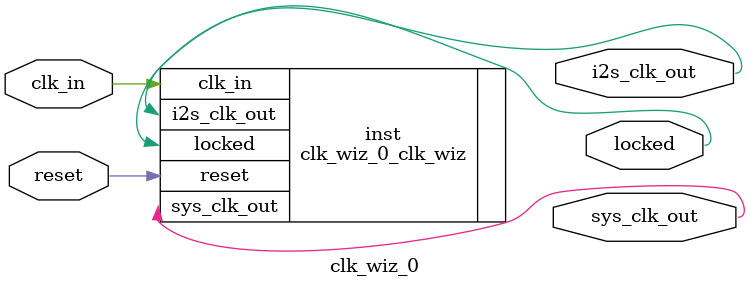
<source format=v>


`timescale 1ps/1ps

(* CORE_GENERATION_INFO = "clk_wiz_0,clk_wiz_v6_0_11_0_0,{component_name=clk_wiz_0,use_phase_alignment=true,use_min_o_jitter=false,use_max_i_jitter=false,use_dyn_phase_shift=false,use_inclk_switchover=false,use_dyn_reconfig=false,enable_axi=0,feedback_source=FDBK_AUTO,PRIMITIVE=MMCM,num_out_clk=2,clkin1_period=10.000,clkin2_period=10.000,use_power_down=false,use_reset=true,use_locked=true,use_inclk_stopped=false,feedback_type=SINGLE,CLOCK_MGR_TYPE=NA,manual_override=false}" *)

module clk_wiz_0 
 (
  // Clock out ports
  output        i2s_clk_out,
  output        sys_clk_out,
  // Status and control signals
  input         reset,
  output        locked,
 // Clock in ports
  input         clk_in
 );

  clk_wiz_0_clk_wiz inst
  (
  // Clock out ports  
  .i2s_clk_out(i2s_clk_out),
  .sys_clk_out(sys_clk_out),
  // Status and control signals               
  .reset(reset), 
  .locked(locked),
 // Clock in ports
  .clk_in(clk_in)
  );

endmodule

</source>
